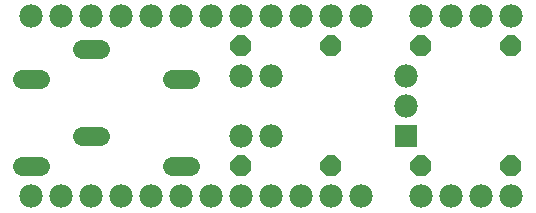
<source format=gbr>
G04 EAGLE Gerber RS-274X export*
G75*
%MOMM*%
%FSLAX34Y34*%
%LPD*%
%INSoldermask Top*%
%IPPOS*%
%AMOC8*
5,1,8,0,0,1.08239X$1,22.5*%
G01*
%ADD10R,1.981200X1.981200*%
%ADD11C,1.981200*%
%ADD12P,1.924489X8X22.500000*%
%ADD13C,1.625600*%
%ADD14P,1.924489X8X202.500000*%


D10*
X368300Y76200D03*
D11*
X368300Y101600D03*
X368300Y127000D03*
D12*
X228600Y50800D03*
X304800Y50800D03*
X228600Y152400D03*
X304800Y152400D03*
D13*
X185420Y50800D02*
X170180Y50800D01*
X58420Y50800D02*
X43180Y50800D01*
X93980Y76200D02*
X109220Y76200D01*
X170180Y124460D02*
X185420Y124460D01*
X58420Y124460D02*
X43180Y124460D01*
X93980Y149860D02*
X109220Y149860D01*
D11*
X50800Y25400D03*
X76200Y25400D03*
X101600Y25400D03*
X127000Y25400D03*
X152400Y25400D03*
X177800Y25400D03*
X203200Y25400D03*
X228600Y25400D03*
X254000Y25400D03*
X279400Y25400D03*
X304800Y25400D03*
X330200Y25400D03*
X50800Y177800D03*
X76200Y177800D03*
X101600Y177800D03*
X127000Y177800D03*
X152400Y177800D03*
X177800Y177800D03*
X203200Y177800D03*
X228600Y177800D03*
X254000Y177800D03*
X279400Y177800D03*
X304800Y177800D03*
X330200Y177800D03*
X228600Y76200D03*
X254000Y76200D03*
X228600Y127000D03*
X254000Y127000D03*
X457200Y25400D03*
X431800Y25400D03*
X406400Y25400D03*
X381000Y25400D03*
X381000Y177800D03*
X406400Y177800D03*
X431800Y177800D03*
X457200Y177800D03*
D14*
X457200Y152400D03*
X381000Y152400D03*
D12*
X381000Y50800D03*
X457200Y50800D03*
M02*

</source>
